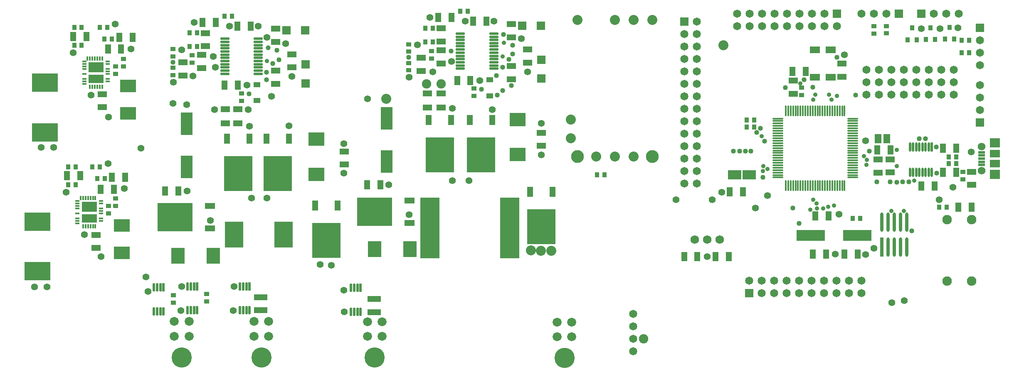
<source format=gts>
G04 Layer_Color=8388736*
%FSLAX23Y23*%
%MOIN*%
G70*
G01*
G75*
%ADD72C,0.035*%
%ADD74C,0.075*%
%ADD83R,0.053X0.041*%
%ADD84R,0.033X0.015*%
%ADD85R,0.015X0.033*%
%ADD86R,0.123X0.079*%
%ADD87R,0.123X0.065*%
%ADD88R,0.025X0.155*%
%ADD89O,0.025X0.155*%
%ADD90R,0.058X0.072*%
%ADD91R,0.109X0.078*%
%ADD92R,0.098X0.180*%
%ADD93R,0.156X0.490*%
%ADD94R,0.082X0.046*%
%ADD95R,0.285X0.225*%
%ADD96R,0.046X0.082*%
%ADD97R,0.225X0.285*%
%ADD98R,0.036X0.044*%
%ADD99O,0.085X0.016*%
%ADD100O,0.016X0.085*%
%ADD101R,0.080X0.076*%
%ADD102R,0.080X0.064*%
%ADD103R,0.058X0.021*%
%ADD104O,0.076X0.023*%
%ADD105R,0.210X0.151*%
%ADD106R,0.151X0.210*%
%ADD107R,0.129X0.103*%
%ADD108R,0.107X0.131*%
%ADD109R,0.131X0.107*%
%ADD110R,0.020X0.075*%
%ADD111O,0.020X0.075*%
%ADD112O,0.021X0.068*%
%ADD113R,0.021X0.068*%
%ADD114R,0.071X0.070*%
%ADD115R,0.070X0.071*%
%ADD116R,0.072X0.046*%
%ADD117R,0.080X0.056*%
%ADD118R,0.225X0.088*%
%ADD119R,0.048X0.072*%
%ADD120R,0.033X0.040*%
%ADD121R,0.040X0.033*%
%ADD122R,0.072X0.048*%
%ADD123R,0.107X0.048*%
%ADD124C,0.162*%
%ADD125C,0.072*%
%ADD126C,0.065*%
%ADD127C,0.080*%
%ADD128C,0.103*%
%ADD129C,0.068*%
%ADD130C,0.076*%
%ADD131C,0.065*%
%ADD132R,0.065X0.065*%
%ADD133R,0.065X0.065*%
%ADD134C,0.062*%
%ADD135C,0.005*%
%ADD136C,0.040*%
%ADD137C,0.055*%
%ADD138C,0.080*%
%ADD139C,0.039*%
D72*
X9795Y4450D02*
D03*
X9630Y3585D02*
D03*
X9190Y4125D02*
D03*
X9605Y4420D02*
D03*
X9620Y4460D02*
D03*
X9750Y4420D02*
D03*
X10275Y3885D02*
D03*
X5223Y4728D02*
D03*
X7115Y4765D02*
D03*
X10275Y4015D02*
D03*
X10030Y3895D02*
D03*
X10415Y3770D02*
D03*
X9685Y3545D02*
D03*
X9725Y3560D02*
D03*
X9770Y3570D02*
D03*
X10230Y3525D02*
D03*
X9580Y3535D02*
D03*
X9605Y3615D02*
D03*
X9237Y3862D02*
D03*
X9205Y3884D02*
D03*
X7125Y4875D02*
D03*
X9730Y4460D02*
D03*
X9200Y3845D02*
D03*
X9500Y4550D02*
D03*
X10035Y3935D02*
D03*
X10010Y3965D02*
D03*
X9635Y3545D02*
D03*
X10330Y3525D02*
D03*
D74*
X8245Y2500D02*
D03*
X6620Y4545D02*
D03*
X6505D02*
D03*
D83*
X7010Y4449D02*
D03*
Y4578D02*
D03*
X5145Y4411D02*
D03*
Y4539D02*
D03*
D84*
X3706Y3604D02*
D03*
Y3584D02*
D03*
Y3564D02*
D03*
Y3545D02*
D03*
Y3505D02*
D03*
Y3466D02*
D03*
Y3446D02*
D03*
Y3426D02*
D03*
X3894Y3446D02*
D03*
Y3466D02*
D03*
Y3505D02*
D03*
Y3525D02*
D03*
Y3545D02*
D03*
Y3584D02*
D03*
Y3604D02*
D03*
X3761Y4724D02*
D03*
Y4704D02*
D03*
Y4684D02*
D03*
Y4665D02*
D03*
Y4625D02*
D03*
Y4586D02*
D03*
Y4566D02*
D03*
Y4546D02*
D03*
X3949Y4566D02*
D03*
Y4586D02*
D03*
Y4625D02*
D03*
Y4645D02*
D03*
Y4665D02*
D03*
Y4704D02*
D03*
Y4724D02*
D03*
D85*
X3751Y3401D02*
D03*
X3770D02*
D03*
X3790D02*
D03*
X3810D02*
D03*
X3830D02*
D03*
X3849D02*
D03*
Y3629D02*
D03*
X3830D02*
D03*
X3810D02*
D03*
X3790D02*
D03*
X3770D02*
D03*
X3751D02*
D03*
X3731D02*
D03*
X3806Y4521D02*
D03*
X3825D02*
D03*
X3845D02*
D03*
X3865D02*
D03*
X3885D02*
D03*
X3904D02*
D03*
Y4749D02*
D03*
X3885D02*
D03*
X3865D02*
D03*
X3845D02*
D03*
X3825D02*
D03*
X3806D02*
D03*
X3786D02*
D03*
D86*
X3800Y3557D02*
D03*
X3855Y4677D02*
D03*
D87*
X3800Y3466D02*
D03*
X3855Y4586D02*
D03*
D88*
X10155Y3235D02*
D03*
D89*
X10205D02*
D03*
X10255D02*
D03*
X10305D02*
D03*
X10355D02*
D03*
X10155Y3435D02*
D03*
X10205D02*
D03*
X10255D02*
D03*
X10305D02*
D03*
X10355D02*
D03*
D90*
X10196Y4105D02*
D03*
X10124D02*
D03*
D91*
X8974Y3815D02*
D03*
X9090D02*
D03*
D92*
X6185Y4268D02*
D03*
Y3922D02*
D03*
X4580Y4225D02*
D03*
Y3879D02*
D03*
D93*
X6530Y3390D02*
D03*
X7170D02*
D03*
D94*
X6369Y3430D02*
D03*
Y3610D02*
D03*
X4769Y3385D02*
D03*
Y3565D02*
D03*
D95*
X6089Y3520D02*
D03*
X4489Y3475D02*
D03*
D96*
X6700Y4254D02*
D03*
X6520D02*
D03*
X7030Y4255D02*
D03*
X6850D02*
D03*
X7515Y3679D02*
D03*
X7335D02*
D03*
X5085Y4105D02*
D03*
X4905D02*
D03*
X5400D02*
D03*
X5220D02*
D03*
X5790Y3570D02*
D03*
X5610D02*
D03*
D97*
X6610Y3974D02*
D03*
X6940Y3975D02*
D03*
X7425Y3399D02*
D03*
X4995Y3825D02*
D03*
X5310D02*
D03*
X5700Y3290D02*
D03*
D98*
X10397Y4994D02*
D03*
X10435Y4900D02*
D03*
X10360D02*
D03*
X10545Y4995D02*
D03*
X10582Y4901D02*
D03*
X10508D02*
D03*
X10697Y4999D02*
D03*
X10735Y4905D02*
D03*
X10660D02*
D03*
D99*
X9920Y3794D02*
D03*
Y3813D02*
D03*
Y3833D02*
D03*
Y3853D02*
D03*
Y3873D02*
D03*
Y3892D02*
D03*
Y3912D02*
D03*
Y3932D02*
D03*
Y3951D02*
D03*
Y3971D02*
D03*
Y3991D02*
D03*
Y4010D02*
D03*
Y4030D02*
D03*
Y4050D02*
D03*
Y4069D02*
D03*
Y4089D02*
D03*
Y4109D02*
D03*
Y4128D02*
D03*
Y4148D02*
D03*
Y4168D02*
D03*
Y4187D02*
D03*
Y4207D02*
D03*
Y4227D02*
D03*
Y4247D02*
D03*
Y4266D02*
D03*
X9320D02*
D03*
Y4247D02*
D03*
Y4227D02*
D03*
Y4207D02*
D03*
Y4187D02*
D03*
Y4168D02*
D03*
Y4148D02*
D03*
Y4128D02*
D03*
Y4109D02*
D03*
Y4089D02*
D03*
Y4069D02*
D03*
Y4050D02*
D03*
Y4030D02*
D03*
Y4010D02*
D03*
Y3991D02*
D03*
Y3971D02*
D03*
Y3951D02*
D03*
Y3932D02*
D03*
Y3912D02*
D03*
Y3892D02*
D03*
Y3873D02*
D03*
Y3853D02*
D03*
Y3833D02*
D03*
Y3813D02*
D03*
Y3794D02*
D03*
D100*
X9856Y4330D02*
D03*
X9837D02*
D03*
X9817D02*
D03*
X9797D02*
D03*
X9777D02*
D03*
X9758D02*
D03*
X9738D02*
D03*
X9718D02*
D03*
X9699D02*
D03*
X9679D02*
D03*
X9659D02*
D03*
X9640D02*
D03*
X9620D02*
D03*
X9600D02*
D03*
X9581D02*
D03*
X9561D02*
D03*
X9541D02*
D03*
X9522D02*
D03*
X9502D02*
D03*
X9482D02*
D03*
X9463D02*
D03*
X9443D02*
D03*
X9423D02*
D03*
X9403D02*
D03*
X9384D02*
D03*
Y3730D02*
D03*
X9403D02*
D03*
X9423D02*
D03*
X9443D02*
D03*
X9463D02*
D03*
X9482D02*
D03*
X9502D02*
D03*
X9522D02*
D03*
X9541D02*
D03*
X9561D02*
D03*
X9581D02*
D03*
X9600D02*
D03*
X9620D02*
D03*
X9640D02*
D03*
X9659D02*
D03*
X9679D02*
D03*
X9699D02*
D03*
X9718D02*
D03*
X9738D02*
D03*
X9758D02*
D03*
X9777D02*
D03*
X9797D02*
D03*
X9817D02*
D03*
X9837D02*
D03*
X9856D02*
D03*
D101*
X11061Y4071D02*
D03*
Y3819D02*
D03*
D102*
Y3906D02*
D03*
Y3984D02*
D03*
D103*
X10955Y3894D02*
D03*
Y3919D02*
D03*
Y3945D02*
D03*
Y3971D02*
D03*
Y3996D02*
D03*
D104*
X7044Y4667D02*
D03*
Y4693D02*
D03*
Y4719D02*
D03*
Y4744D02*
D03*
Y4770D02*
D03*
Y4795D02*
D03*
Y4821D02*
D03*
Y4847D02*
D03*
Y4872D02*
D03*
Y4898D02*
D03*
Y4923D02*
D03*
Y4949D02*
D03*
X6776Y4667D02*
D03*
Y4693D02*
D03*
Y4719D02*
D03*
Y4744D02*
D03*
Y4770D02*
D03*
Y4795D02*
D03*
Y4821D02*
D03*
Y4847D02*
D03*
Y4872D02*
D03*
Y4898D02*
D03*
Y4923D02*
D03*
Y4949D02*
D03*
X5155Y4626D02*
D03*
Y4651D02*
D03*
Y4677D02*
D03*
Y4703D02*
D03*
Y4728D02*
D03*
Y4754D02*
D03*
Y4779D02*
D03*
Y4805D02*
D03*
Y4831D02*
D03*
Y4856D02*
D03*
Y4882D02*
D03*
Y4907D02*
D03*
X4887Y4626D02*
D03*
Y4651D02*
D03*
Y4677D02*
D03*
Y4703D02*
D03*
Y4728D02*
D03*
Y4754D02*
D03*
Y4779D02*
D03*
Y4805D02*
D03*
Y4831D02*
D03*
Y4856D02*
D03*
Y4882D02*
D03*
Y4907D02*
D03*
D105*
X3385Y3041D02*
D03*
Y3439D02*
D03*
X3445Y4156D02*
D03*
Y4554D02*
D03*
D106*
X5359Y3335D02*
D03*
X4961D02*
D03*
D107*
X4060Y3410D02*
D03*
Y3190D02*
D03*
X4110Y4530D02*
D03*
Y4310D02*
D03*
D108*
X6087Y3220D02*
D03*
X6370D02*
D03*
X4510Y3165D02*
D03*
X4793D02*
D03*
D109*
X7235Y3977D02*
D03*
Y4260D02*
D03*
X5620Y3820D02*
D03*
Y4103D02*
D03*
D110*
X10555Y4040D02*
D03*
D111*
X10530D02*
D03*
X10505D02*
D03*
X10480D02*
D03*
X10455D02*
D03*
X10430D02*
D03*
X10405D02*
D03*
X10380D02*
D03*
X10555Y3835D02*
D03*
X10530D02*
D03*
X10505D02*
D03*
X10480D02*
D03*
X10455D02*
D03*
X10430D02*
D03*
X10405D02*
D03*
X10380D02*
D03*
D112*
X4319Y2720D02*
D03*
X4344D02*
D03*
X4370D02*
D03*
X4396D02*
D03*
X4319Y2913D02*
D03*
X4344D02*
D03*
X4370D02*
D03*
X4589Y2727D02*
D03*
X4615D02*
D03*
X4641D02*
D03*
X4666D02*
D03*
X4589Y2920D02*
D03*
X4615D02*
D03*
X4641D02*
D03*
X5899Y2715D02*
D03*
X5924D02*
D03*
X5950D02*
D03*
X5976D02*
D03*
X5899Y2908D02*
D03*
X5924D02*
D03*
X5950D02*
D03*
X5009Y2727D02*
D03*
X5034D02*
D03*
X5060D02*
D03*
X5086D02*
D03*
X5009Y2920D02*
D03*
X5034D02*
D03*
X5060D02*
D03*
D113*
X4396Y2913D02*
D03*
X4666Y2920D02*
D03*
X5976Y2908D02*
D03*
X5086Y2920D02*
D03*
D114*
X7425Y4739D02*
D03*
Y4588D02*
D03*
X5535Y4701D02*
D03*
Y4550D02*
D03*
D115*
X7270Y5013D02*
D03*
X7421D02*
D03*
X5380Y4975D02*
D03*
X5531D02*
D03*
D116*
X6620Y4467D02*
D03*
Y4355D02*
D03*
X6510Y4467D02*
D03*
Y4355D02*
D03*
X4990Y4341D02*
D03*
Y4229D02*
D03*
X4890Y4341D02*
D03*
Y4229D02*
D03*
D117*
X9745Y4600D02*
D03*
Y4817D02*
D03*
X9619Y4600D02*
D03*
Y4817D02*
D03*
D118*
X9585Y3330D02*
D03*
X9959D02*
D03*
D119*
X4088Y3795D02*
D03*
X3982D02*
D03*
X10873Y3555D02*
D03*
X10767D02*
D03*
X9041Y3680D02*
D03*
X8935D02*
D03*
X10117Y4015D02*
D03*
X10223D02*
D03*
X9855Y3180D02*
D03*
X9961D02*
D03*
X9708D02*
D03*
X9602D02*
D03*
X9622Y3485D02*
D03*
X9728D02*
D03*
X9437Y4645D02*
D03*
X9543D02*
D03*
X4987Y5010D02*
D03*
X5093D02*
D03*
X4991Y4535D02*
D03*
X4885D02*
D03*
X4515Y3685D02*
D03*
X4409D02*
D03*
X4056Y4825D02*
D03*
X3950D02*
D03*
X4148Y4920D02*
D03*
X4042D02*
D03*
X3672Y4925D02*
D03*
X3778D02*
D03*
X3998Y3700D02*
D03*
X3892D02*
D03*
X3622Y3810D02*
D03*
X3728D02*
D03*
X4707Y5040D02*
D03*
X4813D02*
D03*
X8676Y3160D02*
D03*
X8570D02*
D03*
X8822D02*
D03*
X8928D02*
D03*
X6856Y4573D02*
D03*
X6750D02*
D03*
X6597Y5078D02*
D03*
X6703D02*
D03*
X6877Y5048D02*
D03*
X6983D02*
D03*
X6133Y3735D02*
D03*
X6027D02*
D03*
X10578Y3725D02*
D03*
X10472D02*
D03*
X10644Y3835D02*
D03*
X10750D02*
D03*
X10644Y4030D02*
D03*
X10750D02*
D03*
D120*
X3865Y3785D02*
D03*
X3925D02*
D03*
X9070Y4200D02*
D03*
X9130D02*
D03*
X9130Y4255D02*
D03*
X9070D02*
D03*
X10795Y4795D02*
D03*
X10855D02*
D03*
X10615Y3555D02*
D03*
X10675D02*
D03*
X9980Y3465D02*
D03*
X9921D02*
D03*
X4885Y5090D02*
D03*
X4945D02*
D03*
X4605Y4955D02*
D03*
X4665D02*
D03*
X4605Y4845D02*
D03*
X4665D02*
D03*
X3920Y4905D02*
D03*
X3980D02*
D03*
X3739Y4855D02*
D03*
X3680D02*
D03*
X3739Y5000D02*
D03*
X3680D02*
D03*
X3945Y5000D02*
D03*
X3885D02*
D03*
X3690Y3735D02*
D03*
X3630D02*
D03*
X3690Y3880D02*
D03*
X3630D02*
D03*
X3885Y3880D02*
D03*
X3826D02*
D03*
X6495Y4993D02*
D03*
X6555D02*
D03*
X6495Y4883D02*
D03*
X6555D02*
D03*
X6775Y5128D02*
D03*
X6835D02*
D03*
X7870Y3815D02*
D03*
X7930D02*
D03*
X10691Y3905D02*
D03*
Y3960D02*
D03*
X10750D02*
D03*
Y3905D02*
D03*
X10795Y4895D02*
D03*
X10855D02*
D03*
D121*
X9510Y4515D02*
D03*
Y4455D02*
D03*
X6360Y4654D02*
D03*
Y4713D02*
D03*
X4740Y2800D02*
D03*
Y2860D02*
D03*
X5020Y4470D02*
D03*
Y4410D02*
D03*
X4625Y4775D02*
D03*
Y4715D02*
D03*
X4010Y4684D02*
D03*
Y4625D02*
D03*
X4075Y4744D02*
D03*
Y4685D02*
D03*
X4010Y3625D02*
D03*
Y3565D02*
D03*
X4474Y2790D02*
D03*
Y2849D02*
D03*
X3955Y3565D02*
D03*
Y3505D02*
D03*
X4470Y4615D02*
D03*
Y4675D02*
D03*
X4470Y4765D02*
D03*
Y4824D02*
D03*
X6885Y4508D02*
D03*
Y4449D02*
D03*
X6545Y4810D02*
D03*
Y4750D02*
D03*
X6360Y4804D02*
D03*
Y4863D02*
D03*
X10805Y3780D02*
D03*
Y3839D02*
D03*
X10090Y5010D02*
D03*
Y4950D02*
D03*
X10190Y5010D02*
D03*
Y4951D02*
D03*
D122*
X10220Y3834D02*
D03*
Y3940D02*
D03*
X10125Y3832D02*
D03*
Y3938D02*
D03*
X9445Y4465D02*
D03*
Y4571D02*
D03*
X9835Y4708D02*
D03*
Y4602D02*
D03*
X4730Y4847D02*
D03*
Y4953D02*
D03*
X4700Y4672D02*
D03*
Y4778D02*
D03*
X4550Y4612D02*
D03*
Y4718D02*
D03*
X3905Y4463D02*
D03*
Y4357D02*
D03*
X3855Y3333D02*
D03*
Y3227D02*
D03*
X5295Y4882D02*
D03*
Y4988D02*
D03*
X5425Y4677D02*
D03*
Y4783D02*
D03*
X5295Y4651D02*
D03*
Y4545D02*
D03*
X5845Y4003D02*
D03*
Y3897D02*
D03*
X7425Y4153D02*
D03*
Y4047D02*
D03*
X7185Y4690D02*
D03*
Y4583D02*
D03*
X6620Y4885D02*
D03*
Y4991D02*
D03*
X7185Y4920D02*
D03*
Y5026D02*
D03*
X7315Y4715D02*
D03*
Y4821D02*
D03*
X6620Y4710D02*
D03*
Y4816D02*
D03*
X6460Y4648D02*
D03*
Y4755D02*
D03*
X10875Y3734D02*
D03*
Y3840D02*
D03*
D123*
X5175Y2727D02*
D03*
Y2833D02*
D03*
X6085Y2712D02*
D03*
Y2818D02*
D03*
D124*
X7610Y2345D02*
D03*
X4541Y2350D02*
D03*
X6089Y2347D02*
D03*
X5180Y2350D02*
D03*
D125*
X7551Y2633D02*
D03*
X7669D02*
D03*
Y2515D02*
D03*
X7551D02*
D03*
X4482Y2638D02*
D03*
X4600D02*
D03*
Y2520D02*
D03*
X4482D02*
D03*
X6030Y2635D02*
D03*
X6148D02*
D03*
Y2517D02*
D03*
X6030D02*
D03*
X5121Y2638D02*
D03*
X5239D02*
D03*
Y2520D02*
D03*
X5121D02*
D03*
D126*
X8160Y2700D02*
D03*
Y2600D02*
D03*
Y2500D02*
D03*
Y2400D02*
D03*
D127*
X7660Y4110D02*
D03*
Y4260D02*
D03*
X8164Y3961D02*
D03*
X8014D02*
D03*
X7865D02*
D03*
X7715Y5059D02*
D03*
X8014D02*
D03*
X8164D02*
D03*
X8314D02*
D03*
D128*
Y3961D02*
D03*
X7715D02*
D03*
D129*
X8855Y3295D02*
D03*
X8755D02*
D03*
X8655D02*
D03*
D130*
X10678Y3455D02*
D03*
Y2963D02*
D03*
X10875Y3455D02*
D03*
Y2963D02*
D03*
D131*
X8670Y3745D02*
D03*
X8570D02*
D03*
X8670Y3845D02*
D03*
X8570D02*
D03*
X8670Y3945D02*
D03*
X8570D02*
D03*
X8670Y4045D02*
D03*
X8570D02*
D03*
X8670Y4145D02*
D03*
X8570D02*
D03*
X8670Y4245D02*
D03*
X8570D02*
D03*
X8670Y4345D02*
D03*
X8570D02*
D03*
X8670Y4445D02*
D03*
X8570D02*
D03*
X8670Y4545D02*
D03*
X8570D02*
D03*
X8670Y4645D02*
D03*
X8570D02*
D03*
X8670Y4745D02*
D03*
X8570D02*
D03*
X8670Y4845D02*
D03*
X8570D02*
D03*
X8670Y4945D02*
D03*
X8570D02*
D03*
X8670Y5045D02*
D03*
X9990Y2965D02*
D03*
Y2865D02*
D03*
X9890Y2965D02*
D03*
Y2865D02*
D03*
X9790Y2965D02*
D03*
Y2865D02*
D03*
X9690Y2965D02*
D03*
Y2865D02*
D03*
X9590Y2965D02*
D03*
Y2865D02*
D03*
X9490Y2965D02*
D03*
Y2865D02*
D03*
X9390Y2965D02*
D03*
Y2865D02*
D03*
X9290Y2965D02*
D03*
Y2865D02*
D03*
X9190Y2965D02*
D03*
Y2865D02*
D03*
X9090Y2965D02*
D03*
X10030Y4460D02*
D03*
Y4560D02*
D03*
Y4660D02*
D03*
X10130Y4460D02*
D03*
Y4560D02*
D03*
Y4660D02*
D03*
X10230Y4460D02*
D03*
Y4560D02*
D03*
Y4660D02*
D03*
X10330Y4460D02*
D03*
Y4560D02*
D03*
Y4660D02*
D03*
X10430Y4460D02*
D03*
Y4560D02*
D03*
Y4660D02*
D03*
X10530Y4460D02*
D03*
Y4560D02*
D03*
Y4660D02*
D03*
X10630Y4460D02*
D03*
Y4560D02*
D03*
Y4660D02*
D03*
X10730D02*
D03*
Y4560D02*
D03*
Y4460D02*
D03*
X9795Y5010D02*
D03*
X9695Y5110D02*
D03*
Y5010D02*
D03*
X9595Y5110D02*
D03*
Y5010D02*
D03*
X9495Y5110D02*
D03*
Y5010D02*
D03*
X9395Y5110D02*
D03*
Y5010D02*
D03*
X9295Y5110D02*
D03*
Y5010D02*
D03*
X9195Y5110D02*
D03*
Y5010D02*
D03*
X9095Y5110D02*
D03*
Y5010D02*
D03*
X8995Y5110D02*
D03*
Y5010D02*
D03*
X10940Y4335D02*
D03*
Y4435D02*
D03*
Y4535D02*
D03*
Y4895D02*
D03*
Y4795D02*
D03*
Y4695D02*
D03*
X10190Y5110D02*
D03*
X10090D02*
D03*
X9990D02*
D03*
X10570D02*
D03*
X10670D02*
D03*
X10770D02*
D03*
D132*
X8570Y5045D02*
D03*
X10940Y4235D02*
D03*
Y4995D02*
D03*
D133*
X9090Y2865D02*
D03*
X9795Y5110D02*
D03*
X10290D02*
D03*
X10470D02*
D03*
D134*
X10955Y4043D02*
D03*
Y3847D02*
D03*
D135*
X11061Y4083D02*
D03*
Y3807D02*
D03*
X3380Y2480D02*
D03*
X3345Y4990D02*
D03*
X10755Y2480D02*
D03*
D136*
X9440Y3550D02*
D03*
X9015Y4005D02*
D03*
X8965D02*
D03*
X9060D02*
D03*
X9105D02*
D03*
X5080Y4465D02*
D03*
X4470Y4720D02*
D03*
X6945Y4503D02*
D03*
X7120Y4943D02*
D03*
X6360Y4758D02*
D03*
X7165Y4743D02*
D03*
X7185Y4533D02*
D03*
X7065Y4613D02*
D03*
X7115Y4493D02*
D03*
X10595Y3830D02*
D03*
X10590Y4040D02*
D03*
X10505Y4105D02*
D03*
X10455D02*
D03*
X9945Y4455D02*
D03*
X10220Y3760D02*
D03*
X9150Y4155D02*
D03*
X5220Y4640D02*
D03*
X7115Y4680D02*
D03*
X9530Y4580D02*
D03*
X9795Y4760D02*
D03*
X5305Y4815D02*
D03*
X5220Y4580D02*
D03*
X5320Y4740D02*
D03*
X5270Y4710D02*
D03*
X6700Y4810D02*
D03*
X7070Y4455D02*
D03*
X7195Y4785D02*
D03*
Y4855D02*
D03*
X9200Y3795D02*
D03*
X9380Y4515D02*
D03*
X9600Y4520D02*
D03*
X10055Y4005D02*
D03*
X10115Y3760D02*
D03*
X10275Y3755D02*
D03*
X10320Y3760D02*
D03*
X10370D02*
D03*
X10395Y3365D02*
D03*
X9490Y3425D02*
D03*
X9180Y4190D02*
D03*
X9215Y4085D02*
D03*
D137*
X4270Y2880D02*
D03*
X4213Y4028D02*
D03*
X4255Y2995D02*
D03*
X8795Y3615D02*
D03*
X5845Y2715D02*
D03*
X4540Y2920D02*
D03*
X4955Y2725D02*
D03*
X4960Y2920D02*
D03*
X4770Y3450D02*
D03*
X4470Y4390D02*
D03*
X4585Y3685D02*
D03*
X4580Y4380D02*
D03*
X10615Y3615D02*
D03*
X10090Y3225D02*
D03*
X9780Y3180D02*
D03*
X5840Y3830D02*
D03*
Y4065D02*
D03*
X5225Y3630D02*
D03*
X5260Y4445D02*
D03*
X5100Y3630D02*
D03*
X6365Y4598D02*
D03*
X3815Y4455D02*
D03*
X3670Y4795D02*
D03*
X3955Y4280D02*
D03*
X4135Y4825D02*
D03*
X3415Y4035D02*
D03*
X3515D02*
D03*
X4007Y5025D02*
D03*
X3952Y3905D02*
D03*
X3615Y3675D02*
D03*
X3360Y2915D02*
D03*
X3460D02*
D03*
X3895Y3160D02*
D03*
X3760Y3335D02*
D03*
X4080Y3705D02*
D03*
X5375Y4870D02*
D03*
X5425Y4605D02*
D03*
X4640Y5040D02*
D03*
X8755Y3160D02*
D03*
X5155Y5010D02*
D03*
X4925D02*
D03*
X5065Y4535D02*
D03*
X4475Y4560D02*
D03*
X4540Y4820D02*
D03*
X6430Y4858D02*
D03*
X6930Y4573D02*
D03*
X7265Y4908D02*
D03*
X6530Y5078D02*
D03*
X7315Y4643D02*
D03*
X6555D02*
D03*
X7045Y5048D02*
D03*
X5400Y4210D02*
D03*
X5085Y4205D02*
D03*
X4810Y4680D02*
D03*
X4630Y4607D02*
D03*
X4805Y4340D02*
D03*
X5075D02*
D03*
X6705Y4725D02*
D03*
X6030Y4425D02*
D03*
X6365Y3495D02*
D03*
X6200Y3735D02*
D03*
X7030Y4340D02*
D03*
X6710Y3770D02*
D03*
X6845D02*
D03*
X6710Y4350D02*
D03*
X7425Y3975D02*
D03*
Y4230D02*
D03*
X10725Y3715D02*
D03*
X10870Y4000D02*
D03*
X9140Y3550D02*
D03*
X10765Y4995D02*
D03*
X10620Y4990D02*
D03*
X10470D02*
D03*
X8870Y3675D02*
D03*
X4535Y2725D02*
D03*
X5650Y3095D02*
D03*
X5740Y3090D02*
D03*
X5840Y2890D02*
D03*
X8505Y3615D02*
D03*
X10025Y3175D02*
D03*
X9810Y3500D02*
D03*
X6815Y5048D02*
D03*
X10025Y4090D02*
D03*
X9855Y4780D02*
D03*
X5225Y4920D02*
D03*
X4795Y4765D02*
D03*
X9237Y3650D02*
D03*
X10235Y2790D02*
D03*
X10335Y2805D02*
D03*
D138*
X6180Y4425D02*
D03*
X7420Y3205D02*
D03*
X7340Y3210D02*
D03*
X7505Y3205D02*
D03*
X8885Y4855D02*
D03*
D139*
X5235Y4835D02*
D03*
M02*

</source>
